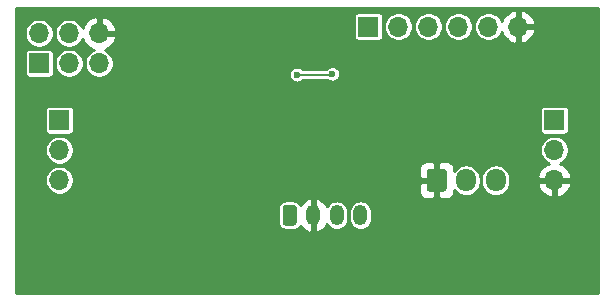
<source format=gbr>
%TF.GenerationSoftware,KiCad,Pcbnew,(5.1.9-0-10_14)*%
%TF.CreationDate,2021-05-24T21:49:32+02:00*%
%TF.ProjectId,MFM-Module-SEN0313,4d464d2d-4d6f-4647-956c-652d53454e30,rev?*%
%TF.SameCoordinates,PX82714f8PY6141b48*%
%TF.FileFunction,Copper,L2,Bot*%
%TF.FilePolarity,Positive*%
%FSLAX46Y46*%
G04 Gerber Fmt 4.6, Leading zero omitted, Abs format (unit mm)*
G04 Created by KiCad (PCBNEW (5.1.9-0-10_14)) date 2021-05-24 21:49:32*
%MOMM*%
%LPD*%
G01*
G04 APERTURE LIST*
%TA.AperFunction,ComponentPad*%
%ADD10R,1.700000X1.700000*%
%TD*%
%TA.AperFunction,ComponentPad*%
%ADD11O,1.700000X1.700000*%
%TD*%
%TA.AperFunction,ComponentPad*%
%ADD12O,1.700000X1.950000*%
%TD*%
%TA.AperFunction,ComponentPad*%
%ADD13O,1.200000X1.750000*%
%TD*%
%TA.AperFunction,ViaPad*%
%ADD14C,0.600000*%
%TD*%
%TA.AperFunction,Conductor*%
%ADD15C,0.150000*%
%TD*%
%TA.AperFunction,Conductor*%
%ADD16C,0.254000*%
%TD*%
%TA.AperFunction,Conductor*%
%ADD17C,0.100000*%
%TD*%
G04 APERTURE END LIST*
D10*
%TO.P,J1,1*%
%TO.N,RESET*%
X2349500Y19875500D03*
D11*
%TO.P,J1,2*%
%TO.N,+3V3*%
X2349500Y22415500D03*
%TO.P,J1,3*%
%TO.N,N/C*%
X4889500Y19875500D03*
%TO.P,J1,4*%
X4889500Y22415500D03*
%TO.P,J1,5*%
X7429500Y19875500D03*
%TO.P,J1,6*%
%TO.N,GND*%
X7429500Y22415500D03*
%TD*%
%TO.P,J6,1*%
%TO.N,GND*%
%TA.AperFunction,ComponentPad*%
G36*
G01*
X35157001Y9244500D02*
X35157001Y10694500D01*
G75*
G02*
X35407001Y10944500I250000J0D01*
G01*
X36607001Y10944500D01*
G75*
G02*
X36857001Y10694500I0J-250000D01*
G01*
X36857001Y9244500D01*
G75*
G02*
X36607001Y8994500I-250000J0D01*
G01*
X35407001Y8994500D01*
G75*
G02*
X35157001Y9244500I0J250000D01*
G01*
G37*
%TD.AperFunction*%
D12*
%TO.P,J6,2*%
%TO.N,ONEWIRE*%
X38507001Y9969500D03*
%TO.P,J6,3*%
%TO.N,+3V3_SW*%
X41007001Y9969500D03*
%TD*%
%TO.P,J3,1*%
%TO.N,+3V3_SW*%
%TA.AperFunction,ComponentPad*%
G36*
G01*
X22957001Y6385498D02*
X22957001Y7635500D01*
G75*
G02*
X23207000Y7885499I249999J0D01*
G01*
X23907002Y7885499D01*
G75*
G02*
X24157001Y7635500I0J-249999D01*
G01*
X24157001Y6385498D01*
G75*
G02*
X23907002Y6135499I-249999J0D01*
G01*
X23207000Y6135499D01*
G75*
G02*
X22957001Y6385498I0J249999D01*
G01*
G37*
%TD.AperFunction*%
D13*
%TO.P,J3,2*%
%TO.N,GND*%
X25557001Y7010499D03*
%TO.P,J3,3*%
%TO.N,MCU_TX*%
X27557001Y7010499D03*
%TO.P,J3,4*%
%TO.N,MCU_RX*%
X29557001Y7010499D03*
%TD*%
D10*
%TO.P,J2,1*%
%TO.N,I2C_SCL*%
X4064000Y15062200D03*
D11*
%TO.P,J2,2*%
%TO.N,I2C_SDA*%
X4064000Y12522200D03*
%TO.P,J2,3*%
%TO.N,SMBALERT*%
X4064000Y9982200D03*
%TD*%
D10*
%TO.P,J4,1*%
%TO.N,+3V3*%
X45974000Y15062200D03*
D11*
%TO.P,J4,2*%
%TO.N,N/C*%
X45974000Y12522200D03*
%TO.P,J4,3*%
%TO.N,GND*%
X45974000Y9982200D03*
%TD*%
D10*
%TO.P,J5,1*%
%TO.N,N/C*%
X30226000Y22987000D03*
D11*
%TO.P,J5,2*%
%TO.N,MCU_TX_DEBUG*%
X32766000Y22987000D03*
%TO.P,J5,3*%
%TO.N,MCU_RX_DEBUG*%
X35306000Y22987000D03*
%TO.P,J5,4*%
%TO.N,N/C*%
X37846000Y22987000D03*
%TO.P,J5,5*%
X40386000Y22987000D03*
%TO.P,J5,6*%
%TO.N,GND*%
X42926000Y22987000D03*
%TD*%
D14*
%TO.N,GND*%
X15303500Y14986000D03*
X32067500Y15811500D03*
X34671000Y20510500D03*
X22796500Y18143990D03*
X13000912Y23371888D03*
%TO.N,SENSORS_ON*%
X24193500Y18923000D03*
X27178006Y18986500D03*
%TD*%
D15*
%TO.N,SENSORS_ON*%
X24193500Y18923000D02*
X27114506Y18923000D01*
X27114506Y18923000D02*
X27178006Y18986500D01*
%TD*%
D16*
%TO.N,GND*%
X49636000Y402000D02*
X402000Y402000D01*
X402000Y7635500D01*
X22578177Y7635500D01*
X22578177Y6385498D01*
X22590260Y6262821D01*
X22626043Y6144858D01*
X22684153Y6036143D01*
X22762355Y5940853D01*
X22857645Y5862651D01*
X22966360Y5804541D01*
X23084323Y5768758D01*
X23207000Y5756675D01*
X23907002Y5756675D01*
X24029679Y5768758D01*
X24147642Y5804541D01*
X24256357Y5862651D01*
X24351647Y5940853D01*
X24429849Y6036143D01*
X24477843Y6125933D01*
X24600694Y5943774D01*
X24773527Y5772421D01*
X24976468Y5638078D01*
X25201719Y5545908D01*
X25239392Y5542037D01*
X25430001Y5666768D01*
X25430001Y6883499D01*
X25410001Y6883499D01*
X25410001Y7137499D01*
X25430001Y7137499D01*
X25430001Y8354230D01*
X25684001Y8354230D01*
X25684001Y7137499D01*
X25704001Y7137499D01*
X25704001Y6883499D01*
X25684001Y6883499D01*
X25684001Y5666768D01*
X25874610Y5542037D01*
X25912283Y5545908D01*
X26137534Y5638078D01*
X26340475Y5772421D01*
X26513308Y5943774D01*
X26649391Y6145553D01*
X26700002Y6266269D01*
X26740726Y6190081D01*
X26862816Y6041313D01*
X27011584Y5919223D01*
X27181311Y5828502D01*
X27365477Y5772636D01*
X27557001Y5753772D01*
X27748526Y5772636D01*
X27932692Y5828502D01*
X28102419Y5919223D01*
X28251187Y6041313D01*
X28373277Y6190081D01*
X28463998Y6359808D01*
X28519864Y6543975D01*
X28534001Y6687507D01*
X28534001Y7333491D01*
X28580001Y7333491D01*
X28580001Y6687506D01*
X28594138Y6543974D01*
X28650004Y6359808D01*
X28740726Y6190081D01*
X28862816Y6041313D01*
X29011584Y5919223D01*
X29181311Y5828502D01*
X29365477Y5772636D01*
X29557001Y5753772D01*
X29748526Y5772636D01*
X29932692Y5828502D01*
X30102419Y5919223D01*
X30251187Y6041313D01*
X30373277Y6190081D01*
X30463998Y6359808D01*
X30519864Y6543975D01*
X30534001Y6687507D01*
X30534001Y7333492D01*
X30519864Y7477024D01*
X30463998Y7661190D01*
X30373277Y7830917D01*
X30251187Y7979685D01*
X30102419Y8101775D01*
X29932691Y8192496D01*
X29748525Y8248362D01*
X29557001Y8267226D01*
X29365476Y8248362D01*
X29181310Y8192496D01*
X29011583Y8101775D01*
X28862815Y7979685D01*
X28740725Y7830917D01*
X28650004Y7661189D01*
X28594138Y7477023D01*
X28580001Y7333491D01*
X28534001Y7333491D01*
X28534001Y7333492D01*
X28519864Y7477024D01*
X28463998Y7661190D01*
X28373277Y7830917D01*
X28251187Y7979685D01*
X28102419Y8101775D01*
X27932691Y8192496D01*
X27748525Y8248362D01*
X27557001Y8267226D01*
X27365476Y8248362D01*
X27181310Y8192496D01*
X27011583Y8101775D01*
X26862815Y7979685D01*
X26740725Y7830917D01*
X26700002Y7754730D01*
X26649391Y7875445D01*
X26513308Y8077224D01*
X26340475Y8248577D01*
X26137534Y8382920D01*
X25912283Y8475090D01*
X25874610Y8478961D01*
X25684001Y8354230D01*
X25430001Y8354230D01*
X25239392Y8478961D01*
X25201719Y8475090D01*
X24976468Y8382920D01*
X24773527Y8248577D01*
X24600694Y8077224D01*
X24477843Y7895065D01*
X24429849Y7984855D01*
X24351647Y8080145D01*
X24256357Y8158347D01*
X24147642Y8216457D01*
X24029679Y8252240D01*
X23907002Y8264323D01*
X23207000Y8264323D01*
X23084323Y8252240D01*
X22966360Y8216457D01*
X22857645Y8158347D01*
X22762355Y8080145D01*
X22684153Y7984855D01*
X22626043Y7876140D01*
X22590260Y7758177D01*
X22578177Y7635500D01*
X402000Y7635500D01*
X402000Y10103049D01*
X2837000Y10103049D01*
X2837000Y9861351D01*
X2884153Y9624297D01*
X2976647Y9400998D01*
X3110927Y9200033D01*
X3281833Y9029127D01*
X3482798Y8894847D01*
X3706097Y8802353D01*
X3943151Y8755200D01*
X4184849Y8755200D01*
X4421903Y8802353D01*
X4645202Y8894847D01*
X4794343Y8994500D01*
X34518929Y8994500D01*
X34531189Y8870018D01*
X34567499Y8750320D01*
X34626464Y8640006D01*
X34705816Y8543315D01*
X34802507Y8463963D01*
X34912821Y8404998D01*
X35032519Y8368688D01*
X35157001Y8356428D01*
X35721251Y8359500D01*
X35880001Y8518250D01*
X35880001Y9842500D01*
X34680751Y9842500D01*
X34522001Y9683750D01*
X34518929Y8994500D01*
X4794343Y8994500D01*
X4846167Y9029127D01*
X5017073Y9200033D01*
X5151353Y9400998D01*
X5243847Y9624297D01*
X5291000Y9861351D01*
X5291000Y10103049D01*
X5243847Y10340103D01*
X5151353Y10563402D01*
X5017073Y10764367D01*
X4846167Y10935273D01*
X4832358Y10944500D01*
X34518929Y10944500D01*
X34522001Y10255250D01*
X34680751Y10096500D01*
X35880001Y10096500D01*
X35880001Y11420750D01*
X36134001Y11420750D01*
X36134001Y10096500D01*
X36154001Y10096500D01*
X36154001Y9842500D01*
X36134001Y9842500D01*
X36134001Y8518250D01*
X36292751Y8359500D01*
X36857001Y8356428D01*
X36981483Y8368688D01*
X37101181Y8404998D01*
X37211495Y8463963D01*
X37308186Y8543315D01*
X37387538Y8640006D01*
X37446503Y8750320D01*
X37482813Y8870018D01*
X37495073Y8994500D01*
X37494406Y9144221D01*
X37635185Y8972683D01*
X37822019Y8819351D01*
X38035178Y8705416D01*
X38266468Y8635255D01*
X38507001Y8611564D01*
X38747535Y8635255D01*
X38978825Y8705416D01*
X39191984Y8819351D01*
X39378818Y8972683D01*
X39532150Y9159518D01*
X39646085Y9372677D01*
X39716246Y9603967D01*
X39734001Y9784233D01*
X39734001Y10154767D01*
X39780001Y10154767D01*
X39780001Y9784232D01*
X39797756Y9603966D01*
X39867917Y9372676D01*
X39981852Y9159517D01*
X40135185Y8972683D01*
X40322019Y8819351D01*
X40535178Y8705416D01*
X40766468Y8635255D01*
X41007001Y8611564D01*
X41247535Y8635255D01*
X41478825Y8705416D01*
X41691984Y8819351D01*
X41878818Y8972683D01*
X42032150Y9159518D01*
X42146085Y9372677D01*
X42216246Y9603967D01*
X42218348Y9625310D01*
X44532524Y9625310D01*
X44577175Y9478101D01*
X44702359Y9215280D01*
X44876412Y8981931D01*
X45092645Y8787022D01*
X45342748Y8638043D01*
X45617109Y8540719D01*
X45847000Y8661386D01*
X45847000Y9855200D01*
X46101000Y9855200D01*
X46101000Y8661386D01*
X46330891Y8540719D01*
X46605252Y8638043D01*
X46855355Y8787022D01*
X47071588Y8981931D01*
X47245641Y9215280D01*
X47370825Y9478101D01*
X47415476Y9625310D01*
X47294155Y9855200D01*
X46101000Y9855200D01*
X45847000Y9855200D01*
X44653845Y9855200D01*
X44532524Y9625310D01*
X42218348Y9625310D01*
X42234001Y9784233D01*
X42234001Y10154768D01*
X42216246Y10335034D01*
X42215016Y10339090D01*
X44532524Y10339090D01*
X44653845Y10109200D01*
X45847000Y10109200D01*
X45847000Y10129200D01*
X46101000Y10129200D01*
X46101000Y10109200D01*
X47294155Y10109200D01*
X47415476Y10339090D01*
X47370825Y10486299D01*
X47245641Y10749120D01*
X47071588Y10982469D01*
X46855355Y11177378D01*
X46605252Y11326357D01*
X46437202Y11385969D01*
X46555202Y11434847D01*
X46756167Y11569127D01*
X46927073Y11740033D01*
X47061353Y11940998D01*
X47153847Y12164297D01*
X47201000Y12401351D01*
X47201000Y12643049D01*
X47153847Y12880103D01*
X47061353Y13103402D01*
X46927073Y13304367D01*
X46756167Y13475273D01*
X46555202Y13609553D01*
X46331903Y13702047D01*
X46094849Y13749200D01*
X45853151Y13749200D01*
X45616097Y13702047D01*
X45392798Y13609553D01*
X45191833Y13475273D01*
X45020927Y13304367D01*
X44886647Y13103402D01*
X44794153Y12880103D01*
X44747000Y12643049D01*
X44747000Y12401351D01*
X44794153Y12164297D01*
X44886647Y11940998D01*
X45020927Y11740033D01*
X45191833Y11569127D01*
X45392798Y11434847D01*
X45510798Y11385969D01*
X45342748Y11326357D01*
X45092645Y11177378D01*
X44876412Y10982469D01*
X44702359Y10749120D01*
X44577175Y10486299D01*
X44532524Y10339090D01*
X42215016Y10339090D01*
X42146085Y10566324D01*
X42032150Y10779483D01*
X41878818Y10966317D01*
X41691983Y11119649D01*
X41478824Y11233584D01*
X41247534Y11303745D01*
X41007001Y11327436D01*
X40766467Y11303745D01*
X40535177Y11233584D01*
X40322018Y11119649D01*
X40135184Y10966317D01*
X39981852Y10779482D01*
X39867917Y10566323D01*
X39797756Y10335033D01*
X39780001Y10154767D01*
X39734001Y10154767D01*
X39734001Y10154768D01*
X39716246Y10335034D01*
X39646085Y10566324D01*
X39532150Y10779483D01*
X39378818Y10966317D01*
X39191983Y11119649D01*
X38978824Y11233584D01*
X38747534Y11303745D01*
X38507001Y11327436D01*
X38266467Y11303745D01*
X38035177Y11233584D01*
X37822018Y11119649D01*
X37635184Y10966317D01*
X37494406Y10794779D01*
X37495073Y10944500D01*
X37482813Y11068982D01*
X37446503Y11188680D01*
X37387538Y11298994D01*
X37308186Y11395685D01*
X37211495Y11475037D01*
X37101181Y11534002D01*
X36981483Y11570312D01*
X36857001Y11582572D01*
X36292751Y11579500D01*
X36134001Y11420750D01*
X35880001Y11420750D01*
X35721251Y11579500D01*
X35157001Y11582572D01*
X35032519Y11570312D01*
X34912821Y11534002D01*
X34802507Y11475037D01*
X34705816Y11395685D01*
X34626464Y11298994D01*
X34567499Y11188680D01*
X34531189Y11068982D01*
X34518929Y10944500D01*
X4832358Y10944500D01*
X4645202Y11069553D01*
X4421903Y11162047D01*
X4184849Y11209200D01*
X3943151Y11209200D01*
X3706097Y11162047D01*
X3482798Y11069553D01*
X3281833Y10935273D01*
X3110927Y10764367D01*
X2976647Y10563402D01*
X2884153Y10340103D01*
X2837000Y10103049D01*
X402000Y10103049D01*
X402000Y12643049D01*
X2837000Y12643049D01*
X2837000Y12401351D01*
X2884153Y12164297D01*
X2976647Y11940998D01*
X3110927Y11740033D01*
X3281833Y11569127D01*
X3482798Y11434847D01*
X3706097Y11342353D01*
X3943151Y11295200D01*
X4184849Y11295200D01*
X4421903Y11342353D01*
X4645202Y11434847D01*
X4846167Y11569127D01*
X5017073Y11740033D01*
X5151353Y11940998D01*
X5243847Y12164297D01*
X5291000Y12401351D01*
X5291000Y12643049D01*
X5243847Y12880103D01*
X5151353Y13103402D01*
X5017073Y13304367D01*
X4846167Y13475273D01*
X4645202Y13609553D01*
X4421903Y13702047D01*
X4184849Y13749200D01*
X3943151Y13749200D01*
X3706097Y13702047D01*
X3482798Y13609553D01*
X3281833Y13475273D01*
X3110927Y13304367D01*
X2976647Y13103402D01*
X2884153Y12880103D01*
X2837000Y12643049D01*
X402000Y12643049D01*
X402000Y15912200D01*
X2835176Y15912200D01*
X2835176Y14212200D01*
X2842455Y14138295D01*
X2864012Y14067230D01*
X2899019Y14001737D01*
X2946131Y13944331D01*
X3003537Y13897219D01*
X3069030Y13862212D01*
X3140095Y13840655D01*
X3214000Y13833376D01*
X4914000Y13833376D01*
X4987905Y13840655D01*
X5058970Y13862212D01*
X5124463Y13897219D01*
X5181869Y13944331D01*
X5228981Y14001737D01*
X5263988Y14067230D01*
X5285545Y14138295D01*
X5292824Y14212200D01*
X5292824Y15912200D01*
X44745176Y15912200D01*
X44745176Y14212200D01*
X44752455Y14138295D01*
X44774012Y14067230D01*
X44809019Y14001737D01*
X44856131Y13944331D01*
X44913537Y13897219D01*
X44979030Y13862212D01*
X45050095Y13840655D01*
X45124000Y13833376D01*
X46824000Y13833376D01*
X46897905Y13840655D01*
X46968970Y13862212D01*
X47034463Y13897219D01*
X47091869Y13944331D01*
X47138981Y14001737D01*
X47173988Y14067230D01*
X47195545Y14138295D01*
X47202824Y14212200D01*
X47202824Y15912200D01*
X47195545Y15986105D01*
X47173988Y16057170D01*
X47138981Y16122663D01*
X47091869Y16180069D01*
X47034463Y16227181D01*
X46968970Y16262188D01*
X46897905Y16283745D01*
X46824000Y16291024D01*
X45124000Y16291024D01*
X45050095Y16283745D01*
X44979030Y16262188D01*
X44913537Y16227181D01*
X44856131Y16180069D01*
X44809019Y16122663D01*
X44774012Y16057170D01*
X44752455Y15986105D01*
X44745176Y15912200D01*
X5292824Y15912200D01*
X5285545Y15986105D01*
X5263988Y16057170D01*
X5228981Y16122663D01*
X5181869Y16180069D01*
X5124463Y16227181D01*
X5058970Y16262188D01*
X4987905Y16283745D01*
X4914000Y16291024D01*
X3214000Y16291024D01*
X3140095Y16283745D01*
X3069030Y16262188D01*
X3003537Y16227181D01*
X2946131Y16180069D01*
X2899019Y16122663D01*
X2864012Y16057170D01*
X2842455Y15986105D01*
X2835176Y15912200D01*
X402000Y15912200D01*
X402000Y20725500D01*
X1120676Y20725500D01*
X1120676Y19025500D01*
X1127955Y18951595D01*
X1149512Y18880530D01*
X1184519Y18815037D01*
X1231631Y18757631D01*
X1289037Y18710519D01*
X1354530Y18675512D01*
X1425595Y18653955D01*
X1499500Y18646676D01*
X3199500Y18646676D01*
X3273405Y18653955D01*
X3344470Y18675512D01*
X3409963Y18710519D01*
X3467369Y18757631D01*
X3514481Y18815037D01*
X3549488Y18880530D01*
X3571045Y18951595D01*
X3578324Y19025500D01*
X3578324Y19996349D01*
X3662500Y19996349D01*
X3662500Y19754651D01*
X3709653Y19517597D01*
X3802147Y19294298D01*
X3936427Y19093333D01*
X4107333Y18922427D01*
X4308298Y18788147D01*
X4531597Y18695653D01*
X4768651Y18648500D01*
X5010349Y18648500D01*
X5247403Y18695653D01*
X5470702Y18788147D01*
X5671667Y18922427D01*
X5842573Y19093333D01*
X5976853Y19294298D01*
X6069347Y19517597D01*
X6116500Y19754651D01*
X6116500Y19996349D01*
X6069347Y20233403D01*
X5976853Y20456702D01*
X5842573Y20657667D01*
X5671667Y20828573D01*
X5470702Y20962853D01*
X5247403Y21055347D01*
X5010349Y21102500D01*
X4768651Y21102500D01*
X4531597Y21055347D01*
X4308298Y20962853D01*
X4107333Y20828573D01*
X3936427Y20657667D01*
X3802147Y20456702D01*
X3709653Y20233403D01*
X3662500Y19996349D01*
X3578324Y19996349D01*
X3578324Y20725500D01*
X3571045Y20799405D01*
X3549488Y20870470D01*
X3514481Y20935963D01*
X3467369Y20993369D01*
X3409963Y21040481D01*
X3344470Y21075488D01*
X3273405Y21097045D01*
X3199500Y21104324D01*
X1499500Y21104324D01*
X1425595Y21097045D01*
X1354530Y21075488D01*
X1289037Y21040481D01*
X1231631Y20993369D01*
X1184519Y20935963D01*
X1149512Y20870470D01*
X1127955Y20799405D01*
X1120676Y20725500D01*
X402000Y20725500D01*
X402000Y22536349D01*
X1122500Y22536349D01*
X1122500Y22294651D01*
X1169653Y22057597D01*
X1262147Y21834298D01*
X1396427Y21633333D01*
X1567333Y21462427D01*
X1768298Y21328147D01*
X1991597Y21235653D01*
X2228651Y21188500D01*
X2470349Y21188500D01*
X2707403Y21235653D01*
X2930702Y21328147D01*
X3131667Y21462427D01*
X3302573Y21633333D01*
X3436853Y21834298D01*
X3529347Y22057597D01*
X3576500Y22294651D01*
X3576500Y22536349D01*
X3662500Y22536349D01*
X3662500Y22294651D01*
X3709653Y22057597D01*
X3802147Y21834298D01*
X3936427Y21633333D01*
X4107333Y21462427D01*
X4308298Y21328147D01*
X4531597Y21235653D01*
X4768651Y21188500D01*
X5010349Y21188500D01*
X5247403Y21235653D01*
X5470702Y21328147D01*
X5671667Y21462427D01*
X5842573Y21633333D01*
X5976853Y21834298D01*
X6025731Y21952298D01*
X6085343Y21784248D01*
X6234322Y21534145D01*
X6429231Y21317912D01*
X6662580Y21143859D01*
X6925401Y21018675D01*
X6958688Y21008578D01*
X6848298Y20962853D01*
X6647333Y20828573D01*
X6476427Y20657667D01*
X6342147Y20456702D01*
X6249653Y20233403D01*
X6202500Y19996349D01*
X6202500Y19754651D01*
X6249653Y19517597D01*
X6342147Y19294298D01*
X6476427Y19093333D01*
X6647333Y18922427D01*
X6848298Y18788147D01*
X7071597Y18695653D01*
X7308651Y18648500D01*
X7550349Y18648500D01*
X7787403Y18695653D01*
X8010702Y18788147D01*
X8211667Y18922427D01*
X8278919Y18989679D01*
X23516500Y18989679D01*
X23516500Y18856321D01*
X23542516Y18725526D01*
X23593550Y18602320D01*
X23667640Y18491437D01*
X23761937Y18397140D01*
X23872820Y18323050D01*
X23996026Y18272016D01*
X24126821Y18246000D01*
X24260179Y18246000D01*
X24390974Y18272016D01*
X24514180Y18323050D01*
X24625063Y18397140D01*
X24698923Y18471000D01*
X26736083Y18471000D01*
X26746443Y18460640D01*
X26857326Y18386550D01*
X26980532Y18335516D01*
X27111327Y18309500D01*
X27244685Y18309500D01*
X27375480Y18335516D01*
X27498686Y18386550D01*
X27609569Y18460640D01*
X27703866Y18554937D01*
X27777956Y18665820D01*
X27828990Y18789026D01*
X27855006Y18919821D01*
X27855006Y19053179D01*
X27828990Y19183974D01*
X27777956Y19307180D01*
X27703866Y19418063D01*
X27609569Y19512360D01*
X27498686Y19586450D01*
X27375480Y19637484D01*
X27244685Y19663500D01*
X27111327Y19663500D01*
X26980532Y19637484D01*
X26857326Y19586450D01*
X26746443Y19512360D01*
X26652146Y19418063D01*
X26623372Y19375000D01*
X24698923Y19375000D01*
X24625063Y19448860D01*
X24514180Y19522950D01*
X24390974Y19573984D01*
X24260179Y19600000D01*
X24126821Y19600000D01*
X23996026Y19573984D01*
X23872820Y19522950D01*
X23761937Y19448860D01*
X23667640Y19354563D01*
X23593550Y19243680D01*
X23542516Y19120474D01*
X23516500Y18989679D01*
X8278919Y18989679D01*
X8382573Y19093333D01*
X8516853Y19294298D01*
X8609347Y19517597D01*
X8656500Y19754651D01*
X8656500Y19996349D01*
X8609347Y20233403D01*
X8516853Y20456702D01*
X8382573Y20657667D01*
X8211667Y20828573D01*
X8010702Y20962853D01*
X7900312Y21008578D01*
X7933599Y21018675D01*
X8196420Y21143859D01*
X8429769Y21317912D01*
X8624678Y21534145D01*
X8773657Y21784248D01*
X8870981Y22058609D01*
X8750314Y22288500D01*
X7556500Y22288500D01*
X7556500Y22268500D01*
X7302500Y22268500D01*
X7302500Y22288500D01*
X7282500Y22288500D01*
X7282500Y22542500D01*
X7302500Y22542500D01*
X7302500Y23735655D01*
X7556500Y23735655D01*
X7556500Y22542500D01*
X8750314Y22542500D01*
X8870981Y22772391D01*
X8773657Y23046752D01*
X8624678Y23296855D01*
X8429769Y23513088D01*
X8196420Y23687141D01*
X7933599Y23812325D01*
X7852249Y23837000D01*
X28997176Y23837000D01*
X28997176Y22137000D01*
X29004455Y22063095D01*
X29026012Y21992030D01*
X29061019Y21926537D01*
X29108131Y21869131D01*
X29165537Y21822019D01*
X29231030Y21787012D01*
X29302095Y21765455D01*
X29376000Y21758176D01*
X31076000Y21758176D01*
X31149905Y21765455D01*
X31220970Y21787012D01*
X31286463Y21822019D01*
X31343869Y21869131D01*
X31390981Y21926537D01*
X31425988Y21992030D01*
X31447545Y22063095D01*
X31454824Y22137000D01*
X31454824Y23107849D01*
X31539000Y23107849D01*
X31539000Y22866151D01*
X31586153Y22629097D01*
X31678647Y22405798D01*
X31812927Y22204833D01*
X31983833Y22033927D01*
X32184798Y21899647D01*
X32408097Y21807153D01*
X32645151Y21760000D01*
X32886849Y21760000D01*
X33123903Y21807153D01*
X33347202Y21899647D01*
X33548167Y22033927D01*
X33719073Y22204833D01*
X33853353Y22405798D01*
X33945847Y22629097D01*
X33993000Y22866151D01*
X33993000Y23107849D01*
X34079000Y23107849D01*
X34079000Y22866151D01*
X34126153Y22629097D01*
X34218647Y22405798D01*
X34352927Y22204833D01*
X34523833Y22033927D01*
X34724798Y21899647D01*
X34948097Y21807153D01*
X35185151Y21760000D01*
X35426849Y21760000D01*
X35663903Y21807153D01*
X35887202Y21899647D01*
X36088167Y22033927D01*
X36259073Y22204833D01*
X36393353Y22405798D01*
X36485847Y22629097D01*
X36533000Y22866151D01*
X36533000Y23107849D01*
X36619000Y23107849D01*
X36619000Y22866151D01*
X36666153Y22629097D01*
X36758647Y22405798D01*
X36892927Y22204833D01*
X37063833Y22033927D01*
X37264798Y21899647D01*
X37488097Y21807153D01*
X37725151Y21760000D01*
X37966849Y21760000D01*
X38203903Y21807153D01*
X38427202Y21899647D01*
X38628167Y22033927D01*
X38799073Y22204833D01*
X38933353Y22405798D01*
X39025847Y22629097D01*
X39073000Y22866151D01*
X39073000Y23107849D01*
X39159000Y23107849D01*
X39159000Y22866151D01*
X39206153Y22629097D01*
X39298647Y22405798D01*
X39432927Y22204833D01*
X39603833Y22033927D01*
X39804798Y21899647D01*
X40028097Y21807153D01*
X40265151Y21760000D01*
X40506849Y21760000D01*
X40743903Y21807153D01*
X40967202Y21899647D01*
X41168167Y22033927D01*
X41339073Y22204833D01*
X41473353Y22405798D01*
X41522231Y22523798D01*
X41581843Y22355748D01*
X41730822Y22105645D01*
X41925731Y21889412D01*
X42159080Y21715359D01*
X42421901Y21590175D01*
X42569110Y21545524D01*
X42799000Y21666845D01*
X42799000Y22860000D01*
X43053000Y22860000D01*
X43053000Y21666845D01*
X43282890Y21545524D01*
X43430099Y21590175D01*
X43692920Y21715359D01*
X43926269Y21889412D01*
X44121178Y22105645D01*
X44270157Y22355748D01*
X44367481Y22630109D01*
X44246814Y22860000D01*
X43053000Y22860000D01*
X42799000Y22860000D01*
X42779000Y22860000D01*
X42779000Y23114000D01*
X42799000Y23114000D01*
X42799000Y24307155D01*
X43053000Y24307155D01*
X43053000Y23114000D01*
X44246814Y23114000D01*
X44367481Y23343891D01*
X44270157Y23618252D01*
X44121178Y23868355D01*
X43926269Y24084588D01*
X43692920Y24258641D01*
X43430099Y24383825D01*
X43282890Y24428476D01*
X43053000Y24307155D01*
X42799000Y24307155D01*
X42569110Y24428476D01*
X42421901Y24383825D01*
X42159080Y24258641D01*
X41925731Y24084588D01*
X41730822Y23868355D01*
X41581843Y23618252D01*
X41522231Y23450202D01*
X41473353Y23568202D01*
X41339073Y23769167D01*
X41168167Y23940073D01*
X40967202Y24074353D01*
X40743903Y24166847D01*
X40506849Y24214000D01*
X40265151Y24214000D01*
X40028097Y24166847D01*
X39804798Y24074353D01*
X39603833Y23940073D01*
X39432927Y23769167D01*
X39298647Y23568202D01*
X39206153Y23344903D01*
X39159000Y23107849D01*
X39073000Y23107849D01*
X39025847Y23344903D01*
X38933353Y23568202D01*
X38799073Y23769167D01*
X38628167Y23940073D01*
X38427202Y24074353D01*
X38203903Y24166847D01*
X37966849Y24214000D01*
X37725151Y24214000D01*
X37488097Y24166847D01*
X37264798Y24074353D01*
X37063833Y23940073D01*
X36892927Y23769167D01*
X36758647Y23568202D01*
X36666153Y23344903D01*
X36619000Y23107849D01*
X36533000Y23107849D01*
X36485847Y23344903D01*
X36393353Y23568202D01*
X36259073Y23769167D01*
X36088167Y23940073D01*
X35887202Y24074353D01*
X35663903Y24166847D01*
X35426849Y24214000D01*
X35185151Y24214000D01*
X34948097Y24166847D01*
X34724798Y24074353D01*
X34523833Y23940073D01*
X34352927Y23769167D01*
X34218647Y23568202D01*
X34126153Y23344903D01*
X34079000Y23107849D01*
X33993000Y23107849D01*
X33945847Y23344903D01*
X33853353Y23568202D01*
X33719073Y23769167D01*
X33548167Y23940073D01*
X33347202Y24074353D01*
X33123903Y24166847D01*
X32886849Y24214000D01*
X32645151Y24214000D01*
X32408097Y24166847D01*
X32184798Y24074353D01*
X31983833Y23940073D01*
X31812927Y23769167D01*
X31678647Y23568202D01*
X31586153Y23344903D01*
X31539000Y23107849D01*
X31454824Y23107849D01*
X31454824Y23837000D01*
X31447545Y23910905D01*
X31425988Y23981970D01*
X31390981Y24047463D01*
X31343869Y24104869D01*
X31286463Y24151981D01*
X31220970Y24186988D01*
X31149905Y24208545D01*
X31076000Y24215824D01*
X29376000Y24215824D01*
X29302095Y24208545D01*
X29231030Y24186988D01*
X29165537Y24151981D01*
X29108131Y24104869D01*
X29061019Y24047463D01*
X29026012Y23981970D01*
X29004455Y23910905D01*
X28997176Y23837000D01*
X7852249Y23837000D01*
X7786390Y23856976D01*
X7556500Y23735655D01*
X7302500Y23735655D01*
X7072610Y23856976D01*
X6925401Y23812325D01*
X6662580Y23687141D01*
X6429231Y23513088D01*
X6234322Y23296855D01*
X6085343Y23046752D01*
X6025731Y22878702D01*
X5976853Y22996702D01*
X5842573Y23197667D01*
X5671667Y23368573D01*
X5470702Y23502853D01*
X5247403Y23595347D01*
X5010349Y23642500D01*
X4768651Y23642500D01*
X4531597Y23595347D01*
X4308298Y23502853D01*
X4107333Y23368573D01*
X3936427Y23197667D01*
X3802147Y22996702D01*
X3709653Y22773403D01*
X3662500Y22536349D01*
X3576500Y22536349D01*
X3529347Y22773403D01*
X3436853Y22996702D01*
X3302573Y23197667D01*
X3131667Y23368573D01*
X2930702Y23502853D01*
X2707403Y23595347D01*
X2470349Y23642500D01*
X2228651Y23642500D01*
X1991597Y23595347D01*
X1768298Y23502853D01*
X1567333Y23368573D01*
X1396427Y23197667D01*
X1262147Y22996702D01*
X1169653Y22773403D01*
X1122500Y22536349D01*
X402000Y22536349D01*
X402000Y24553500D01*
X49636001Y24553500D01*
X49636000Y402000D01*
%TA.AperFunction,Conductor*%
D17*
G36*
X49636000Y402000D02*
G01*
X402000Y402000D01*
X402000Y7635500D01*
X22578177Y7635500D01*
X22578177Y6385498D01*
X22590260Y6262821D01*
X22626043Y6144858D01*
X22684153Y6036143D01*
X22762355Y5940853D01*
X22857645Y5862651D01*
X22966360Y5804541D01*
X23084323Y5768758D01*
X23207000Y5756675D01*
X23907002Y5756675D01*
X24029679Y5768758D01*
X24147642Y5804541D01*
X24256357Y5862651D01*
X24351647Y5940853D01*
X24429849Y6036143D01*
X24477843Y6125933D01*
X24600694Y5943774D01*
X24773527Y5772421D01*
X24976468Y5638078D01*
X25201719Y5545908D01*
X25239392Y5542037D01*
X25430001Y5666768D01*
X25430001Y6883499D01*
X25410001Y6883499D01*
X25410001Y7137499D01*
X25430001Y7137499D01*
X25430001Y8354230D01*
X25684001Y8354230D01*
X25684001Y7137499D01*
X25704001Y7137499D01*
X25704001Y6883499D01*
X25684001Y6883499D01*
X25684001Y5666768D01*
X25874610Y5542037D01*
X25912283Y5545908D01*
X26137534Y5638078D01*
X26340475Y5772421D01*
X26513308Y5943774D01*
X26649391Y6145553D01*
X26700002Y6266269D01*
X26740726Y6190081D01*
X26862816Y6041313D01*
X27011584Y5919223D01*
X27181311Y5828502D01*
X27365477Y5772636D01*
X27557001Y5753772D01*
X27748526Y5772636D01*
X27932692Y5828502D01*
X28102419Y5919223D01*
X28251187Y6041313D01*
X28373277Y6190081D01*
X28463998Y6359808D01*
X28519864Y6543975D01*
X28534001Y6687507D01*
X28534001Y7333491D01*
X28580001Y7333491D01*
X28580001Y6687506D01*
X28594138Y6543974D01*
X28650004Y6359808D01*
X28740726Y6190081D01*
X28862816Y6041313D01*
X29011584Y5919223D01*
X29181311Y5828502D01*
X29365477Y5772636D01*
X29557001Y5753772D01*
X29748526Y5772636D01*
X29932692Y5828502D01*
X30102419Y5919223D01*
X30251187Y6041313D01*
X30373277Y6190081D01*
X30463998Y6359808D01*
X30519864Y6543975D01*
X30534001Y6687507D01*
X30534001Y7333492D01*
X30519864Y7477024D01*
X30463998Y7661190D01*
X30373277Y7830917D01*
X30251187Y7979685D01*
X30102419Y8101775D01*
X29932691Y8192496D01*
X29748525Y8248362D01*
X29557001Y8267226D01*
X29365476Y8248362D01*
X29181310Y8192496D01*
X29011583Y8101775D01*
X28862815Y7979685D01*
X28740725Y7830917D01*
X28650004Y7661189D01*
X28594138Y7477023D01*
X28580001Y7333491D01*
X28534001Y7333491D01*
X28534001Y7333492D01*
X28519864Y7477024D01*
X28463998Y7661190D01*
X28373277Y7830917D01*
X28251187Y7979685D01*
X28102419Y8101775D01*
X27932691Y8192496D01*
X27748525Y8248362D01*
X27557001Y8267226D01*
X27365476Y8248362D01*
X27181310Y8192496D01*
X27011583Y8101775D01*
X26862815Y7979685D01*
X26740725Y7830917D01*
X26700002Y7754730D01*
X26649391Y7875445D01*
X26513308Y8077224D01*
X26340475Y8248577D01*
X26137534Y8382920D01*
X25912283Y8475090D01*
X25874610Y8478961D01*
X25684001Y8354230D01*
X25430001Y8354230D01*
X25239392Y8478961D01*
X25201719Y8475090D01*
X24976468Y8382920D01*
X24773527Y8248577D01*
X24600694Y8077224D01*
X24477843Y7895065D01*
X24429849Y7984855D01*
X24351647Y8080145D01*
X24256357Y8158347D01*
X24147642Y8216457D01*
X24029679Y8252240D01*
X23907002Y8264323D01*
X23207000Y8264323D01*
X23084323Y8252240D01*
X22966360Y8216457D01*
X22857645Y8158347D01*
X22762355Y8080145D01*
X22684153Y7984855D01*
X22626043Y7876140D01*
X22590260Y7758177D01*
X22578177Y7635500D01*
X402000Y7635500D01*
X402000Y10103049D01*
X2837000Y10103049D01*
X2837000Y9861351D01*
X2884153Y9624297D01*
X2976647Y9400998D01*
X3110927Y9200033D01*
X3281833Y9029127D01*
X3482798Y8894847D01*
X3706097Y8802353D01*
X3943151Y8755200D01*
X4184849Y8755200D01*
X4421903Y8802353D01*
X4645202Y8894847D01*
X4794343Y8994500D01*
X34518929Y8994500D01*
X34531189Y8870018D01*
X34567499Y8750320D01*
X34626464Y8640006D01*
X34705816Y8543315D01*
X34802507Y8463963D01*
X34912821Y8404998D01*
X35032519Y8368688D01*
X35157001Y8356428D01*
X35721251Y8359500D01*
X35880001Y8518250D01*
X35880001Y9842500D01*
X34680751Y9842500D01*
X34522001Y9683750D01*
X34518929Y8994500D01*
X4794343Y8994500D01*
X4846167Y9029127D01*
X5017073Y9200033D01*
X5151353Y9400998D01*
X5243847Y9624297D01*
X5291000Y9861351D01*
X5291000Y10103049D01*
X5243847Y10340103D01*
X5151353Y10563402D01*
X5017073Y10764367D01*
X4846167Y10935273D01*
X4832358Y10944500D01*
X34518929Y10944500D01*
X34522001Y10255250D01*
X34680751Y10096500D01*
X35880001Y10096500D01*
X35880001Y11420750D01*
X36134001Y11420750D01*
X36134001Y10096500D01*
X36154001Y10096500D01*
X36154001Y9842500D01*
X36134001Y9842500D01*
X36134001Y8518250D01*
X36292751Y8359500D01*
X36857001Y8356428D01*
X36981483Y8368688D01*
X37101181Y8404998D01*
X37211495Y8463963D01*
X37308186Y8543315D01*
X37387538Y8640006D01*
X37446503Y8750320D01*
X37482813Y8870018D01*
X37495073Y8994500D01*
X37494406Y9144221D01*
X37635185Y8972683D01*
X37822019Y8819351D01*
X38035178Y8705416D01*
X38266468Y8635255D01*
X38507001Y8611564D01*
X38747535Y8635255D01*
X38978825Y8705416D01*
X39191984Y8819351D01*
X39378818Y8972683D01*
X39532150Y9159518D01*
X39646085Y9372677D01*
X39716246Y9603967D01*
X39734001Y9784233D01*
X39734001Y10154767D01*
X39780001Y10154767D01*
X39780001Y9784232D01*
X39797756Y9603966D01*
X39867917Y9372676D01*
X39981852Y9159517D01*
X40135185Y8972683D01*
X40322019Y8819351D01*
X40535178Y8705416D01*
X40766468Y8635255D01*
X41007001Y8611564D01*
X41247535Y8635255D01*
X41478825Y8705416D01*
X41691984Y8819351D01*
X41878818Y8972683D01*
X42032150Y9159518D01*
X42146085Y9372677D01*
X42216246Y9603967D01*
X42218348Y9625310D01*
X44532524Y9625310D01*
X44577175Y9478101D01*
X44702359Y9215280D01*
X44876412Y8981931D01*
X45092645Y8787022D01*
X45342748Y8638043D01*
X45617109Y8540719D01*
X45847000Y8661386D01*
X45847000Y9855200D01*
X46101000Y9855200D01*
X46101000Y8661386D01*
X46330891Y8540719D01*
X46605252Y8638043D01*
X46855355Y8787022D01*
X47071588Y8981931D01*
X47245641Y9215280D01*
X47370825Y9478101D01*
X47415476Y9625310D01*
X47294155Y9855200D01*
X46101000Y9855200D01*
X45847000Y9855200D01*
X44653845Y9855200D01*
X44532524Y9625310D01*
X42218348Y9625310D01*
X42234001Y9784233D01*
X42234001Y10154768D01*
X42216246Y10335034D01*
X42215016Y10339090D01*
X44532524Y10339090D01*
X44653845Y10109200D01*
X45847000Y10109200D01*
X45847000Y10129200D01*
X46101000Y10129200D01*
X46101000Y10109200D01*
X47294155Y10109200D01*
X47415476Y10339090D01*
X47370825Y10486299D01*
X47245641Y10749120D01*
X47071588Y10982469D01*
X46855355Y11177378D01*
X46605252Y11326357D01*
X46437202Y11385969D01*
X46555202Y11434847D01*
X46756167Y11569127D01*
X46927073Y11740033D01*
X47061353Y11940998D01*
X47153847Y12164297D01*
X47201000Y12401351D01*
X47201000Y12643049D01*
X47153847Y12880103D01*
X47061353Y13103402D01*
X46927073Y13304367D01*
X46756167Y13475273D01*
X46555202Y13609553D01*
X46331903Y13702047D01*
X46094849Y13749200D01*
X45853151Y13749200D01*
X45616097Y13702047D01*
X45392798Y13609553D01*
X45191833Y13475273D01*
X45020927Y13304367D01*
X44886647Y13103402D01*
X44794153Y12880103D01*
X44747000Y12643049D01*
X44747000Y12401351D01*
X44794153Y12164297D01*
X44886647Y11940998D01*
X45020927Y11740033D01*
X45191833Y11569127D01*
X45392798Y11434847D01*
X45510798Y11385969D01*
X45342748Y11326357D01*
X45092645Y11177378D01*
X44876412Y10982469D01*
X44702359Y10749120D01*
X44577175Y10486299D01*
X44532524Y10339090D01*
X42215016Y10339090D01*
X42146085Y10566324D01*
X42032150Y10779483D01*
X41878818Y10966317D01*
X41691983Y11119649D01*
X41478824Y11233584D01*
X41247534Y11303745D01*
X41007001Y11327436D01*
X40766467Y11303745D01*
X40535177Y11233584D01*
X40322018Y11119649D01*
X40135184Y10966317D01*
X39981852Y10779482D01*
X39867917Y10566323D01*
X39797756Y10335033D01*
X39780001Y10154767D01*
X39734001Y10154767D01*
X39734001Y10154768D01*
X39716246Y10335034D01*
X39646085Y10566324D01*
X39532150Y10779483D01*
X39378818Y10966317D01*
X39191983Y11119649D01*
X38978824Y11233584D01*
X38747534Y11303745D01*
X38507001Y11327436D01*
X38266467Y11303745D01*
X38035177Y11233584D01*
X37822018Y11119649D01*
X37635184Y10966317D01*
X37494406Y10794779D01*
X37495073Y10944500D01*
X37482813Y11068982D01*
X37446503Y11188680D01*
X37387538Y11298994D01*
X37308186Y11395685D01*
X37211495Y11475037D01*
X37101181Y11534002D01*
X36981483Y11570312D01*
X36857001Y11582572D01*
X36292751Y11579500D01*
X36134001Y11420750D01*
X35880001Y11420750D01*
X35721251Y11579500D01*
X35157001Y11582572D01*
X35032519Y11570312D01*
X34912821Y11534002D01*
X34802507Y11475037D01*
X34705816Y11395685D01*
X34626464Y11298994D01*
X34567499Y11188680D01*
X34531189Y11068982D01*
X34518929Y10944500D01*
X4832358Y10944500D01*
X4645202Y11069553D01*
X4421903Y11162047D01*
X4184849Y11209200D01*
X3943151Y11209200D01*
X3706097Y11162047D01*
X3482798Y11069553D01*
X3281833Y10935273D01*
X3110927Y10764367D01*
X2976647Y10563402D01*
X2884153Y10340103D01*
X2837000Y10103049D01*
X402000Y10103049D01*
X402000Y12643049D01*
X2837000Y12643049D01*
X2837000Y12401351D01*
X2884153Y12164297D01*
X2976647Y11940998D01*
X3110927Y11740033D01*
X3281833Y11569127D01*
X3482798Y11434847D01*
X3706097Y11342353D01*
X3943151Y11295200D01*
X4184849Y11295200D01*
X4421903Y11342353D01*
X4645202Y11434847D01*
X4846167Y11569127D01*
X5017073Y11740033D01*
X5151353Y11940998D01*
X5243847Y12164297D01*
X5291000Y12401351D01*
X5291000Y12643049D01*
X5243847Y12880103D01*
X5151353Y13103402D01*
X5017073Y13304367D01*
X4846167Y13475273D01*
X4645202Y13609553D01*
X4421903Y13702047D01*
X4184849Y13749200D01*
X3943151Y13749200D01*
X3706097Y13702047D01*
X3482798Y13609553D01*
X3281833Y13475273D01*
X3110927Y13304367D01*
X2976647Y13103402D01*
X2884153Y12880103D01*
X2837000Y12643049D01*
X402000Y12643049D01*
X402000Y15912200D01*
X2835176Y15912200D01*
X2835176Y14212200D01*
X2842455Y14138295D01*
X2864012Y14067230D01*
X2899019Y14001737D01*
X2946131Y13944331D01*
X3003537Y13897219D01*
X3069030Y13862212D01*
X3140095Y13840655D01*
X3214000Y13833376D01*
X4914000Y13833376D01*
X4987905Y13840655D01*
X5058970Y13862212D01*
X5124463Y13897219D01*
X5181869Y13944331D01*
X5228981Y14001737D01*
X5263988Y14067230D01*
X5285545Y14138295D01*
X5292824Y14212200D01*
X5292824Y15912200D01*
X44745176Y15912200D01*
X44745176Y14212200D01*
X44752455Y14138295D01*
X44774012Y14067230D01*
X44809019Y14001737D01*
X44856131Y13944331D01*
X44913537Y13897219D01*
X44979030Y13862212D01*
X45050095Y13840655D01*
X45124000Y13833376D01*
X46824000Y13833376D01*
X46897905Y13840655D01*
X46968970Y13862212D01*
X47034463Y13897219D01*
X47091869Y13944331D01*
X47138981Y14001737D01*
X47173988Y14067230D01*
X47195545Y14138295D01*
X47202824Y14212200D01*
X47202824Y15912200D01*
X47195545Y15986105D01*
X47173988Y16057170D01*
X47138981Y16122663D01*
X47091869Y16180069D01*
X47034463Y16227181D01*
X46968970Y16262188D01*
X46897905Y16283745D01*
X46824000Y16291024D01*
X45124000Y16291024D01*
X45050095Y16283745D01*
X44979030Y16262188D01*
X44913537Y16227181D01*
X44856131Y16180069D01*
X44809019Y16122663D01*
X44774012Y16057170D01*
X44752455Y15986105D01*
X44745176Y15912200D01*
X5292824Y15912200D01*
X5285545Y15986105D01*
X5263988Y16057170D01*
X5228981Y16122663D01*
X5181869Y16180069D01*
X5124463Y16227181D01*
X5058970Y16262188D01*
X4987905Y16283745D01*
X4914000Y16291024D01*
X3214000Y16291024D01*
X3140095Y16283745D01*
X3069030Y16262188D01*
X3003537Y16227181D01*
X2946131Y16180069D01*
X2899019Y16122663D01*
X2864012Y16057170D01*
X2842455Y15986105D01*
X2835176Y15912200D01*
X402000Y15912200D01*
X402000Y20725500D01*
X1120676Y20725500D01*
X1120676Y19025500D01*
X1127955Y18951595D01*
X1149512Y18880530D01*
X1184519Y18815037D01*
X1231631Y18757631D01*
X1289037Y18710519D01*
X1354530Y18675512D01*
X1425595Y18653955D01*
X1499500Y18646676D01*
X3199500Y18646676D01*
X3273405Y18653955D01*
X3344470Y18675512D01*
X3409963Y18710519D01*
X3467369Y18757631D01*
X3514481Y18815037D01*
X3549488Y18880530D01*
X3571045Y18951595D01*
X3578324Y19025500D01*
X3578324Y19996349D01*
X3662500Y19996349D01*
X3662500Y19754651D01*
X3709653Y19517597D01*
X3802147Y19294298D01*
X3936427Y19093333D01*
X4107333Y18922427D01*
X4308298Y18788147D01*
X4531597Y18695653D01*
X4768651Y18648500D01*
X5010349Y18648500D01*
X5247403Y18695653D01*
X5470702Y18788147D01*
X5671667Y18922427D01*
X5842573Y19093333D01*
X5976853Y19294298D01*
X6069347Y19517597D01*
X6116500Y19754651D01*
X6116500Y19996349D01*
X6069347Y20233403D01*
X5976853Y20456702D01*
X5842573Y20657667D01*
X5671667Y20828573D01*
X5470702Y20962853D01*
X5247403Y21055347D01*
X5010349Y21102500D01*
X4768651Y21102500D01*
X4531597Y21055347D01*
X4308298Y20962853D01*
X4107333Y20828573D01*
X3936427Y20657667D01*
X3802147Y20456702D01*
X3709653Y20233403D01*
X3662500Y19996349D01*
X3578324Y19996349D01*
X3578324Y20725500D01*
X3571045Y20799405D01*
X3549488Y20870470D01*
X3514481Y20935963D01*
X3467369Y20993369D01*
X3409963Y21040481D01*
X3344470Y21075488D01*
X3273405Y21097045D01*
X3199500Y21104324D01*
X1499500Y21104324D01*
X1425595Y21097045D01*
X1354530Y21075488D01*
X1289037Y21040481D01*
X1231631Y20993369D01*
X1184519Y20935963D01*
X1149512Y20870470D01*
X1127955Y20799405D01*
X1120676Y20725500D01*
X402000Y20725500D01*
X402000Y22536349D01*
X1122500Y22536349D01*
X1122500Y22294651D01*
X1169653Y22057597D01*
X1262147Y21834298D01*
X1396427Y21633333D01*
X1567333Y21462427D01*
X1768298Y21328147D01*
X1991597Y21235653D01*
X2228651Y21188500D01*
X2470349Y21188500D01*
X2707403Y21235653D01*
X2930702Y21328147D01*
X3131667Y21462427D01*
X3302573Y21633333D01*
X3436853Y21834298D01*
X3529347Y22057597D01*
X3576500Y22294651D01*
X3576500Y22536349D01*
X3662500Y22536349D01*
X3662500Y22294651D01*
X3709653Y22057597D01*
X3802147Y21834298D01*
X3936427Y21633333D01*
X4107333Y21462427D01*
X4308298Y21328147D01*
X4531597Y21235653D01*
X4768651Y21188500D01*
X5010349Y21188500D01*
X5247403Y21235653D01*
X5470702Y21328147D01*
X5671667Y21462427D01*
X5842573Y21633333D01*
X5976853Y21834298D01*
X6025731Y21952298D01*
X6085343Y21784248D01*
X6234322Y21534145D01*
X6429231Y21317912D01*
X6662580Y21143859D01*
X6925401Y21018675D01*
X6958688Y21008578D01*
X6848298Y20962853D01*
X6647333Y20828573D01*
X6476427Y20657667D01*
X6342147Y20456702D01*
X6249653Y20233403D01*
X6202500Y19996349D01*
X6202500Y19754651D01*
X6249653Y19517597D01*
X6342147Y19294298D01*
X6476427Y19093333D01*
X6647333Y18922427D01*
X6848298Y18788147D01*
X7071597Y18695653D01*
X7308651Y18648500D01*
X7550349Y18648500D01*
X7787403Y18695653D01*
X8010702Y18788147D01*
X8211667Y18922427D01*
X8278919Y18989679D01*
X23516500Y18989679D01*
X23516500Y18856321D01*
X23542516Y18725526D01*
X23593550Y18602320D01*
X23667640Y18491437D01*
X23761937Y18397140D01*
X23872820Y18323050D01*
X23996026Y18272016D01*
X24126821Y18246000D01*
X24260179Y18246000D01*
X24390974Y18272016D01*
X24514180Y18323050D01*
X24625063Y18397140D01*
X24698923Y18471000D01*
X26736083Y18471000D01*
X26746443Y18460640D01*
X26857326Y18386550D01*
X26980532Y18335516D01*
X27111327Y18309500D01*
X27244685Y18309500D01*
X27375480Y18335516D01*
X27498686Y18386550D01*
X27609569Y18460640D01*
X27703866Y18554937D01*
X27777956Y18665820D01*
X27828990Y18789026D01*
X27855006Y18919821D01*
X27855006Y19053179D01*
X27828990Y19183974D01*
X27777956Y19307180D01*
X27703866Y19418063D01*
X27609569Y19512360D01*
X27498686Y19586450D01*
X27375480Y19637484D01*
X27244685Y19663500D01*
X27111327Y19663500D01*
X26980532Y19637484D01*
X26857326Y19586450D01*
X26746443Y19512360D01*
X26652146Y19418063D01*
X26623372Y19375000D01*
X24698923Y19375000D01*
X24625063Y19448860D01*
X24514180Y19522950D01*
X24390974Y19573984D01*
X24260179Y19600000D01*
X24126821Y19600000D01*
X23996026Y19573984D01*
X23872820Y19522950D01*
X23761937Y19448860D01*
X23667640Y19354563D01*
X23593550Y19243680D01*
X23542516Y19120474D01*
X23516500Y18989679D01*
X8278919Y18989679D01*
X8382573Y19093333D01*
X8516853Y19294298D01*
X8609347Y19517597D01*
X8656500Y19754651D01*
X8656500Y19996349D01*
X8609347Y20233403D01*
X8516853Y20456702D01*
X8382573Y20657667D01*
X8211667Y20828573D01*
X8010702Y20962853D01*
X7900312Y21008578D01*
X7933599Y21018675D01*
X8196420Y21143859D01*
X8429769Y21317912D01*
X8624678Y21534145D01*
X8773657Y21784248D01*
X8870981Y22058609D01*
X8750314Y22288500D01*
X7556500Y22288500D01*
X7556500Y22268500D01*
X7302500Y22268500D01*
X7302500Y22288500D01*
X7282500Y22288500D01*
X7282500Y22542500D01*
X7302500Y22542500D01*
X7302500Y23735655D01*
X7556500Y23735655D01*
X7556500Y22542500D01*
X8750314Y22542500D01*
X8870981Y22772391D01*
X8773657Y23046752D01*
X8624678Y23296855D01*
X8429769Y23513088D01*
X8196420Y23687141D01*
X7933599Y23812325D01*
X7852249Y23837000D01*
X28997176Y23837000D01*
X28997176Y22137000D01*
X29004455Y22063095D01*
X29026012Y21992030D01*
X29061019Y21926537D01*
X29108131Y21869131D01*
X29165537Y21822019D01*
X29231030Y21787012D01*
X29302095Y21765455D01*
X29376000Y21758176D01*
X31076000Y21758176D01*
X31149905Y21765455D01*
X31220970Y21787012D01*
X31286463Y21822019D01*
X31343869Y21869131D01*
X31390981Y21926537D01*
X31425988Y21992030D01*
X31447545Y22063095D01*
X31454824Y22137000D01*
X31454824Y23107849D01*
X31539000Y23107849D01*
X31539000Y22866151D01*
X31586153Y22629097D01*
X31678647Y22405798D01*
X31812927Y22204833D01*
X31983833Y22033927D01*
X32184798Y21899647D01*
X32408097Y21807153D01*
X32645151Y21760000D01*
X32886849Y21760000D01*
X33123903Y21807153D01*
X33347202Y21899647D01*
X33548167Y22033927D01*
X33719073Y22204833D01*
X33853353Y22405798D01*
X33945847Y22629097D01*
X33993000Y22866151D01*
X33993000Y23107849D01*
X34079000Y23107849D01*
X34079000Y22866151D01*
X34126153Y22629097D01*
X34218647Y22405798D01*
X34352927Y22204833D01*
X34523833Y22033927D01*
X34724798Y21899647D01*
X34948097Y21807153D01*
X35185151Y21760000D01*
X35426849Y21760000D01*
X35663903Y21807153D01*
X35887202Y21899647D01*
X36088167Y22033927D01*
X36259073Y22204833D01*
X36393353Y22405798D01*
X36485847Y22629097D01*
X36533000Y22866151D01*
X36533000Y23107849D01*
X36619000Y23107849D01*
X36619000Y22866151D01*
X36666153Y22629097D01*
X36758647Y22405798D01*
X36892927Y22204833D01*
X37063833Y22033927D01*
X37264798Y21899647D01*
X37488097Y21807153D01*
X37725151Y21760000D01*
X37966849Y21760000D01*
X38203903Y21807153D01*
X38427202Y21899647D01*
X38628167Y22033927D01*
X38799073Y22204833D01*
X38933353Y22405798D01*
X39025847Y22629097D01*
X39073000Y22866151D01*
X39073000Y23107849D01*
X39159000Y23107849D01*
X39159000Y22866151D01*
X39206153Y22629097D01*
X39298647Y22405798D01*
X39432927Y22204833D01*
X39603833Y22033927D01*
X39804798Y21899647D01*
X40028097Y21807153D01*
X40265151Y21760000D01*
X40506849Y21760000D01*
X40743903Y21807153D01*
X40967202Y21899647D01*
X41168167Y22033927D01*
X41339073Y22204833D01*
X41473353Y22405798D01*
X41522231Y22523798D01*
X41581843Y22355748D01*
X41730822Y22105645D01*
X41925731Y21889412D01*
X42159080Y21715359D01*
X42421901Y21590175D01*
X42569110Y21545524D01*
X42799000Y21666845D01*
X42799000Y22860000D01*
X43053000Y22860000D01*
X43053000Y21666845D01*
X43282890Y21545524D01*
X43430099Y21590175D01*
X43692920Y21715359D01*
X43926269Y21889412D01*
X44121178Y22105645D01*
X44270157Y22355748D01*
X44367481Y22630109D01*
X44246814Y22860000D01*
X43053000Y22860000D01*
X42799000Y22860000D01*
X42779000Y22860000D01*
X42779000Y23114000D01*
X42799000Y23114000D01*
X42799000Y24307155D01*
X43053000Y24307155D01*
X43053000Y23114000D01*
X44246814Y23114000D01*
X44367481Y23343891D01*
X44270157Y23618252D01*
X44121178Y23868355D01*
X43926269Y24084588D01*
X43692920Y24258641D01*
X43430099Y24383825D01*
X43282890Y24428476D01*
X43053000Y24307155D01*
X42799000Y24307155D01*
X42569110Y24428476D01*
X42421901Y24383825D01*
X42159080Y24258641D01*
X41925731Y24084588D01*
X41730822Y23868355D01*
X41581843Y23618252D01*
X41522231Y23450202D01*
X41473353Y23568202D01*
X41339073Y23769167D01*
X41168167Y23940073D01*
X40967202Y24074353D01*
X40743903Y24166847D01*
X40506849Y24214000D01*
X40265151Y24214000D01*
X40028097Y24166847D01*
X39804798Y24074353D01*
X39603833Y23940073D01*
X39432927Y23769167D01*
X39298647Y23568202D01*
X39206153Y23344903D01*
X39159000Y23107849D01*
X39073000Y23107849D01*
X39025847Y23344903D01*
X38933353Y23568202D01*
X38799073Y23769167D01*
X38628167Y23940073D01*
X38427202Y24074353D01*
X38203903Y24166847D01*
X37966849Y24214000D01*
X37725151Y24214000D01*
X37488097Y24166847D01*
X37264798Y24074353D01*
X37063833Y23940073D01*
X36892927Y23769167D01*
X36758647Y23568202D01*
X36666153Y23344903D01*
X36619000Y23107849D01*
X36533000Y23107849D01*
X36485847Y23344903D01*
X36393353Y23568202D01*
X36259073Y23769167D01*
X36088167Y23940073D01*
X35887202Y24074353D01*
X35663903Y24166847D01*
X35426849Y24214000D01*
X35185151Y24214000D01*
X34948097Y24166847D01*
X34724798Y24074353D01*
X34523833Y23940073D01*
X34352927Y23769167D01*
X34218647Y23568202D01*
X34126153Y23344903D01*
X34079000Y23107849D01*
X33993000Y23107849D01*
X33945847Y23344903D01*
X33853353Y23568202D01*
X33719073Y23769167D01*
X33548167Y23940073D01*
X33347202Y24074353D01*
X33123903Y24166847D01*
X32886849Y24214000D01*
X32645151Y24214000D01*
X32408097Y24166847D01*
X32184798Y24074353D01*
X31983833Y23940073D01*
X31812927Y23769167D01*
X31678647Y23568202D01*
X31586153Y23344903D01*
X31539000Y23107849D01*
X31454824Y23107849D01*
X31454824Y23837000D01*
X31447545Y23910905D01*
X31425988Y23981970D01*
X31390981Y24047463D01*
X31343869Y24104869D01*
X31286463Y24151981D01*
X31220970Y24186988D01*
X31149905Y24208545D01*
X31076000Y24215824D01*
X29376000Y24215824D01*
X29302095Y24208545D01*
X29231030Y24186988D01*
X29165537Y24151981D01*
X29108131Y24104869D01*
X29061019Y24047463D01*
X29026012Y23981970D01*
X29004455Y23910905D01*
X28997176Y23837000D01*
X7852249Y23837000D01*
X7786390Y23856976D01*
X7556500Y23735655D01*
X7302500Y23735655D01*
X7072610Y23856976D01*
X6925401Y23812325D01*
X6662580Y23687141D01*
X6429231Y23513088D01*
X6234322Y23296855D01*
X6085343Y23046752D01*
X6025731Y22878702D01*
X5976853Y22996702D01*
X5842573Y23197667D01*
X5671667Y23368573D01*
X5470702Y23502853D01*
X5247403Y23595347D01*
X5010349Y23642500D01*
X4768651Y23642500D01*
X4531597Y23595347D01*
X4308298Y23502853D01*
X4107333Y23368573D01*
X3936427Y23197667D01*
X3802147Y22996702D01*
X3709653Y22773403D01*
X3662500Y22536349D01*
X3576500Y22536349D01*
X3529347Y22773403D01*
X3436853Y22996702D01*
X3302573Y23197667D01*
X3131667Y23368573D01*
X2930702Y23502853D01*
X2707403Y23595347D01*
X2470349Y23642500D01*
X2228651Y23642500D01*
X1991597Y23595347D01*
X1768298Y23502853D01*
X1567333Y23368573D01*
X1396427Y23197667D01*
X1262147Y22996702D01*
X1169653Y22773403D01*
X1122500Y22536349D01*
X402000Y22536349D01*
X402000Y24553500D01*
X49636001Y24553500D01*
X49636000Y402000D01*
G37*
%TD.AperFunction*%
%TD*%
M02*

</source>
